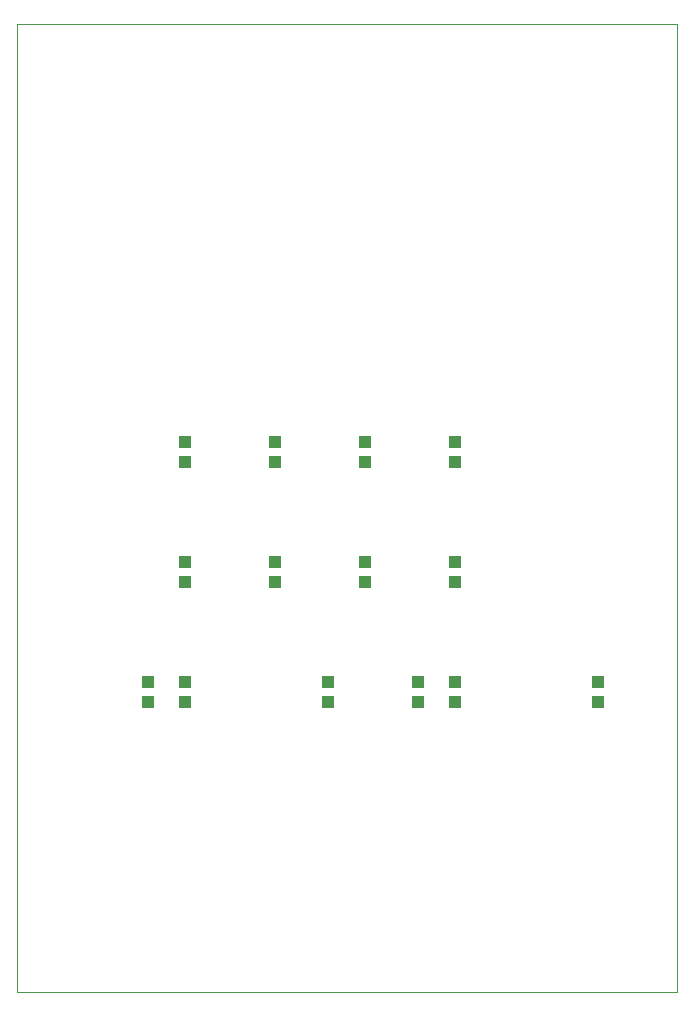
<source format=gbp>
G75*
%MOIN*%
%OFA0B0*%
%FSLAX24Y24*%
%IPPOS*%
%LPD*%
%AMOC8*
5,1,8,0,0,1.08239X$1,22.5*
%
%ADD10C,0.0000*%
%ADD11R,0.0394X0.0433*%
D10*
X000100Y000100D02*
X000100Y032350D01*
X022100Y032350D01*
X022100Y000100D01*
X000100Y000100D01*
D11*
X004475Y009765D03*
X004475Y010435D03*
X005725Y010435D03*
X005725Y009765D03*
X005725Y013765D03*
X005725Y014435D03*
X005725Y017765D03*
X005725Y018435D03*
X008725Y018435D03*
X008725Y017765D03*
X008725Y014435D03*
X008725Y013765D03*
X010475Y010435D03*
X010475Y009765D03*
X011725Y013765D03*
X011725Y014435D03*
X011725Y017765D03*
X011725Y018435D03*
X014725Y018435D03*
X014725Y017765D03*
X014725Y014435D03*
X014725Y013765D03*
X014725Y010435D03*
X014725Y009765D03*
X013475Y009765D03*
X013475Y010435D03*
X019475Y010435D03*
X019475Y009765D03*
M02*

</source>
